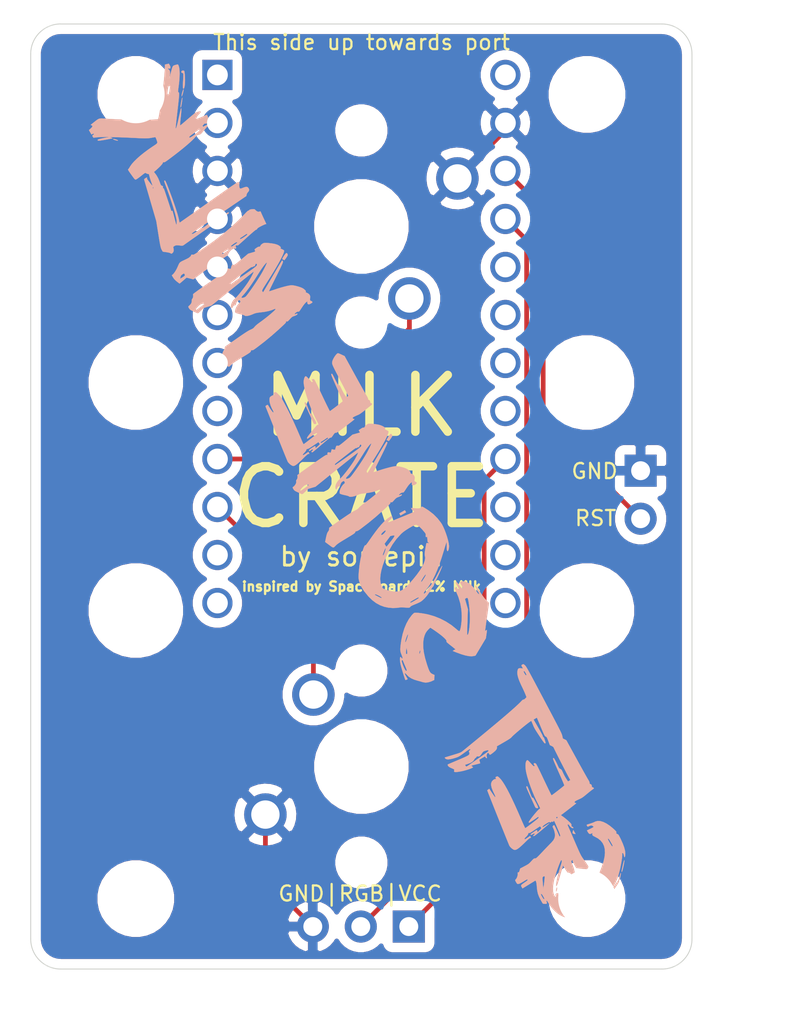
<source format=kicad_pcb>
(kicad_pcb (version 20171130) (host pcbnew "(5.1.10)-1")
  (layers (0 F.Cu signal) (31 B.Cu signal) (34 B.Paste user) (35 F.Paste user) (36 B.SilkS user) (37 F.SilkS user) (38 B.Mask user) (39 F.Mask user) (44 Edge.Cuts user))
  (net 0 "")
  (net 1 /RST)
  (net 2 GND)
  (net 3 /RGB)
  (net 4 VCC)
  (net 5 SW1)
  (net 6 SW2)
  (net 7 "Net-(U1-Pad24)")
  (net 8 "Net-(U1-Pad20)")
  (net 9 "Net-(U1-Pad19)")
  (net 10 "Net-(U1-Pad18)")
  (net 11 "Net-(U1-Pad17)")
  (net 12 "Net-(U1-Pad15)")
  (net 13 "Net-(U1-Pad14)")
  (net 14 "Net-(U1-Pad12)")
  (net 15 "Net-(U1-Pad11)")
  (net 16 "Net-(U1-Pad6)")
  (net 17 "Net-(U1-Pad5)")
  (net 18 "Net-(U1-Pad2)")
  (net 19 "Net-(U1-Pad1)")
  (net 20 "Net-(U1-Pad7)")
  (net 21 "Net-(U1-Pad8)")
  (net 22 "Net-(U1-Pad13)")
  (module MX_Only:MXOnly-ISO-ReversedStabilizers-NoLED (layer B.Cu) (at 134.14375 62.70625 270)
    (fp_text reference MX2)
    (fp_text value MX-NoLED)
    (pad "" np_thru_hole circle (at -8.255 11.938 270) (size 3.9878 3.9878) (drill 3.9878) (layers *.Cu *.Mask))
    (pad "" np_thru_hole circle (at -8.255 -11.938 270) (size 3.9878 3.9878) (drill 3.9878) (layers *.Cu *.Mask))
    (pad "" np_thru_hole circle (at 6.985 11.938 270) (size 3.048 3.048) (drill 3.048) (layers *.Cu *.Mask))
    (pad "" np_thru_hole circle (at 6.985 -11.938 270) (size 3.048 3.048) (drill 3.048) (layers *.Cu *.Mask))
    (pad "" np_thru_hole circle (at 5.08 0 221.9004) (size 1.75 1.75) (drill 1.75) (layers *.Cu *.Mask))
    (pad "" np_thru_hole circle (at -5.08 0 221.9004) (size 1.75 1.75) (drill 1.75) (layers *.Cu *.Mask))
    (pad 1 thru_hole circle (at -3.81 2.54 270) (size 2.25 2.25) (drill 1.5) (layers *.Cu F.Mask) (net 6 SW2))
    (pad "" np_thru_hole circle (at 0 0 270) (size 3.9878 3.9878) (drill 3.9878) (layers *.Cu *.Mask))
    (pad 2 thru_hole circle (at 2.54 5.08 270) (size 2.25 2.25) (drill 1.5) (layers *.Cu F.Mask) (net 2 GND))
  )
  (module MX_Only:MXOnly-ISO-ReversedStabilizers-NoLED (layer B.Cu) (at 134.14375 34.13125 90)
    (fp_text reference MX1)
    (fp_text value MX-NoLED)
    (pad "" np_thru_hole circle (at -8.255 11.938 90) (size 3.9878 3.9878) (drill 3.9878) (layers *.Cu *.Mask))
    (pad "" np_thru_hole circle (at -8.255 -11.938 90) (size 3.9878 3.9878) (drill 3.9878) (layers *.Cu *.Mask))
    (pad "" np_thru_hole circle (at 6.985 11.938 90) (size 3.048 3.048) (drill 3.048) (layers *.Cu *.Mask))
    (pad "" np_thru_hole circle (at 6.985 -11.938 90) (size 3.048 3.048) (drill 3.048) (layers *.Cu *.Mask))
    (pad "" np_thru_hole circle (at 5.08 0 41.9004) (size 1.75 1.75) (drill 1.75) (layers *.Cu *.Mask))
    (pad "" np_thru_hole circle (at -5.08 0 41.9004) (size 1.75 1.75) (drill 1.75) (layers *.Cu *.Mask))
    (pad 1 thru_hole circle (at -3.81 2.54 90) (size 2.25 2.25) (drill 1.5) (layers *.Cu F.Mask) (net 5 SW1))
    (pad "" np_thru_hole circle (at 0 0 90) (size 3.9878 3.9878) (drill 3.9878) (layers *.Cu *.Mask))
    (pad 2 thru_hole circle (at 2.54 5.08 90) (size 2.25 2.25) (drill 1.5) (layers *.Cu F.Mask) (net 2 GND))
  )
  (module art:getsomemilk (layer B.Cu) (at 134.14375 48.41875 120)
    (fp_text reference G*** hide)
    (fp_text value LOGO hide)
  )
  (module promicro:ProMicro-NoSilk (layer F.Cu) (at 134.14375 40.08375 270)
    (fp_text reference U1 hide)
    (fp_text value ProMicro)
    (pad 1 thru_hole rect (at -13.97 7.62 270) (size 1.6 1.6) (drill 1.1) (layers *.Cu *.Mask) (net 19 "Net-(U1-Pad1)"))
    (pad 2 thru_hole circle (at -11.43 7.62 270) (size 1.6 1.6) (drill 1.1) (layers *.Cu *.Mask) (net 18 "Net-(U1-Pad2)"))
    (pad 3 thru_hole circle (at -8.89 7.62 270) (size 1.6 1.6) (drill 1.1) (layers *.Cu *.Mask) (net 2 GND))
    (pad 4 thru_hole circle (at -6.35 7.62 270) (size 1.6 1.6) (drill 1.1) (layers *.Cu *.Mask) (net 2 GND))
    (pad 5 thru_hole circle (at -3.81 7.62 270) (size 1.6 1.6) (drill 1.1) (layers *.Cu *.Mask) (net 17 "Net-(U1-Pad5)"))
    (pad 6 thru_hole circle (at -1.27 7.62 270) (size 1.6 1.6) (drill 1.1) (layers *.Cu *.Mask) (net 16 "Net-(U1-Pad6)"))
    (pad 7 thru_hole circle (at 1.27 7.62 270) (size 1.6 1.6) (drill 1.1) (layers *.Cu *.Mask) (net 20 "Net-(U1-Pad7)"))
    (pad 8 thru_hole circle (at 3.81 7.62 270) (size 1.6 1.6) (drill 1.1) (layers *.Cu *.Mask) (net 21 "Net-(U1-Pad8)"))
    (pad 9 thru_hole circle (at 6.35 7.62 270) (size 1.6 1.6) (drill 1.1) (layers *.Cu *.Mask) (net 5 SW1))
    (pad 10 thru_hole circle (at 8.89 7.62 270) (size 1.6 1.6) (drill 1.1) (layers *.Cu *.Mask) (net 6 SW2))
    (pad 11 thru_hole circle (at 11.43 7.62 270) (size 1.6 1.6) (drill 1.1) (layers *.Cu *.Mask) (net 15 "Net-(U1-Pad11)"))
    (pad 12 thru_hole circle (at 13.97 7.62 270) (size 1.6 1.6) (drill 1.1) (layers *.Cu *.Mask) (net 14 "Net-(U1-Pad12)"))
    (pad 13 thru_hole circle (at 13.97 -7.62 270) (size 1.6 1.6) (drill 1.1) (layers *.Cu *.Mask) (net 22 "Net-(U1-Pad13)"))
    (pad 14 thru_hole circle (at 11.43 -7.62 270) (size 1.6 1.6) (drill 1.1) (layers *.Cu *.Mask) (net 13 "Net-(U1-Pad14)"))
    (pad 15 thru_hole circle (at 8.89 -7.62 270) (size 1.6 1.6) (drill 1.1) (layers *.Cu *.Mask) (net 12 "Net-(U1-Pad15)"))
    (pad 16 thru_hole circle (at 6.35 -7.62 270) (size 1.6 1.6) (drill 1.1) (layers *.Cu *.Mask) (net 3 /RGB))
    (pad 17 thru_hole circle (at 3.81 -7.62 270) (size 1.6 1.6) (drill 1.1) (layers *.Cu *.Mask) (net 11 "Net-(U1-Pad17)"))
    (pad 18 thru_hole circle (at 1.27 -7.62 270) (size 1.6 1.6) (drill 1.1) (layers *.Cu *.Mask) (net 10 "Net-(U1-Pad18)"))
    (pad 19 thru_hole circle (at -1.27 -7.62 270) (size 1.6 1.6) (drill 1.1) (layers *.Cu *.Mask) (net 9 "Net-(U1-Pad19)"))
    (pad 20 thru_hole circle (at -3.81 -7.62 270) (size 1.6 1.6) (drill 1.1) (layers *.Cu *.Mask) (net 8 "Net-(U1-Pad20)"))
    (pad 21 thru_hole circle (at -6.35 -7.62 270) (size 1.6 1.6) (drill 1.1) (layers *.Cu *.Mask) (net 4 VCC))
    (pad 22 thru_hole circle (at -8.89 -7.62 270) (size 1.6 1.6) (drill 1.1) (layers *.Cu *.Mask) (net 1 /RST))
    (pad 23 thru_hole circle (at -11.43 -7.62 270) (size 1.6 1.6) (drill 1.1) (layers *.Cu *.Mask) (net 2 GND))
    (pad 24 thru_hole circle (at -13.97 -7.62 270) (size 1.6 1.6) (drill 1.1) (layers *.Cu *.Mask) (net 7 "Net-(U1-Pad24)"))
  )
  (module Connector_PinHeader_2.54mm:PinHeader_1x03_P2.54mm_Vertical (layer F.Cu) (at 136.652 71.1708 270)
    (fp_text reference J2 hide)
    (fp_text value RGB)
    (pad 1 thru_hole rect (at 0 0 270) (size 1.7 1.7) (drill 1) (layers *.Cu *.Mask) (net 4 VCC))
    (pad 2 thru_hole oval (at 0 2.54 270) (size 1.7 1.7) (drill 1) (layers *.Cu *.Mask) (net 3 /RGB))
    (pad 3 thru_hole oval (at 0 5.08 270) (size 1.7 1.7) (drill 1) (layers *.Cu *.Mask) (net 2 GND))
  )
  (module Connector_PinHeader_2.54mm:PinHeader_1x02_P2.54mm_Vertical (layer F.Cu) (at 148.9202 47.0535)
    (fp_text reference J1 hide)
    (fp_text value RST hide)
    (pad 1 thru_hole rect (at 0 0) (size 1.7 1.7) (drill 1) (layers *.Cu *.Mask) (net 2 GND))
    (pad 2 thru_hole oval (at 0 2.54) (size 1.7 1.7) (drill 1) (layers *.Cu *.Mask) (net 1 /RST))
  )
  (gr_text "This side up towards port" (at 134.1501 24.384) (layer F.SilkS) (effects (font (size 0.8 0.8) (thickness 0.12))))
  (gr_text GND|RGB|VCC (at 134.0739 69.4309) (layer F.SilkS) (effects (font (size 0.8 0.8) (thickness 0.12))))
  (gr_line (start 150.0505 23.4188) (end 118.231 23.4188) (layer Edge.Cuts) (width 0.05))
  (gr_line (start 118.23125 73.4187) (end 150.0505 73.4187) (layer Edge.Cuts) (width 0.05))
  (gr_line (start 151.638 25.0063) (end 151.638 71.8312) (layer Edge.Cuts) (width 0.05))
  (gr_line (start 116.6435 25.0038) (end 116.6435 71.8312) (layer Edge.Cuts) (width 0.05))
  (gr_text "inspired by Spaceboards 2% Milk" (at 134.14375 53.18125) (layer F.SilkS) (effects (font (size 0.5 0.5) (thickness 0.125))))
  (gr_text "by somepin" (at 134.14375 51.59375) (layer F.SilkS) (effects (font (size 1 1))))
  (gr_text "MILK\nCRATE" (at 134.14375 46.0375) (layer F.SilkS) (effects (font (size 3 3) (thickness 0.45))))
  (gr_text RST (at 146.5326 49.5681) (layer F.SilkS) (effects (font (size 0.8 0.8) (thickness 0.12))))
  (gr_text GND (at 146.4818 47.0789) (layer F.SilkS) (effects (font (size 0.8 0.8) (thickness 0.12))))
  (gr_arc (start 118.23125 71.8312) (end 116.64375 71.8312) (angle -90) (layer Edge.Cuts) (width 0.05))
  (gr_arc (start 150.0505 71.8312) (end 150.0505 73.4187) (angle -90) (layer Edge.Cuts) (width 0.05))
  (gr_arc (start 150.0505 25.0063) (end 151.638 25.0063) (angle -90) (layer Edge.Cuts) (width 0.05))
  (gr_arc (start 118.231 25.0038) (end 118.231 23.4163) (angle -90) (layer Edge.Cuts) (width 0.05))
  (segment (start 143.762849 33.192849) (end 141.76375 31.19375) (width 0.25) (layer F.Cu) (net 1))
  (segment (start 143.762849 44.436149) (end 143.762849 33.192849) (width 0.25) (layer F.Cu) (net 1))
  (segment (start 148.9202 49.5935) (end 143.762849 44.436149) (width 0.25) (layer F.Cu) (net 1))
  (segment (start 141.76375 29.05125) (end 141.76375 28.65375) (width 0.25) (layer F.Cu) (net 2))
  (segment (start 139.22375 31.59125) (end 141.76375 29.05125) (width 0.25) (layer F.Cu) (net 2))
  (segment (start 129.06375 68.66255) (end 131.572 71.1708) (width 0.25) (layer F.Cu) (net 2))
  (segment (start 129.06375 65.24625) (end 129.06375 68.66255) (width 0.25) (layer F.Cu) (net 2))
  (segment (start 140.638749 47.558751) (end 141.76375 46.43375) (width 0.25) (layer F.Cu) (net 3))
  (segment (start 140.638749 64.644051) (end 140.638749 47.558751) (width 0.25) (layer F.Cu) (net 3))
  (segment (start 134.112 71.1708) (end 140.638749 64.644051) (width 0.25) (layer F.Cu) (net 3))
  (segment (start 142.888751 34.858751) (end 141.76375 33.73375) (width 0.25) (layer F.Cu) (net 4))
  (segment (start 142.888751 64.934049) (end 142.888751 34.858751) (width 0.25) (layer F.Cu) (net 4))
  (segment (start 136.652 71.1708) (end 142.888751 64.934049) (width 0.25) (layer F.Cu) (net 4))
  (segment (start 129.78224 46.43375) (end 126.52375 46.43375) (width 0.25) (layer F.Cu) (net 5))
  (segment (start 136.68375 39.53224) (end 129.78224 46.43375) (width 0.25) (layer F.Cu) (net 5))
  (segment (start 136.68375 37.94125) (end 136.68375 39.53224) (width 0.25) (layer F.Cu) (net 5))
  (segment (start 131.60375 54.05375) (end 126.52375 48.97375) (width 0.25) (layer F.Cu) (net 6))
  (segment (start 131.60375 58.89625) (end 131.60375 54.05375) (width 0.25) (layer F.Cu) (net 6))
  (zone (net 2) (net_name GND) (layer F.Cu) (connect_pads (clearance 0.508)) (min_thickness 0.254) (fill yes (arc_segments 32) (thermal_gap 0.508) (thermal_bridge_width 0.508))
    (polygon (pts (xy 151.638 73.4187) (xy 116.6495 73.4187) (xy 116.6495 23.4315) (xy 151.638 23.4315)))
  )
  (zone (net 2) (net_name GND) (layer B.Cu) (connect_pads (clearance 0.508)) (min_thickness 0.254) (fill yes (arc_segments 32) (thermal_gap 0.508) (thermal_bridge_width 0.508))
    (polygon (pts (xy 151.638 73.4187) (xy 116.6495 73.4187) (xy 116.6495 23.4315) (xy 151.638 23.4315)))
  )
)
</source>
